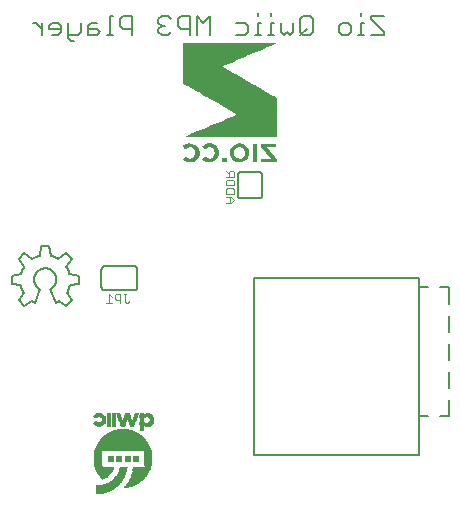
<source format=gbr>
G04 EAGLE Gerber RS-274X export*
G75*
%MOMM*%
%FSLAX34Y34*%
%LPD*%
%AMOC8*
5,1,8,0,0,1.08239X$1,22.5*%
G01*
%ADD10C,0.177800*%
%ADD11C,0.076200*%
%ADD12C,0.127000*%
%ADD13C,0.152400*%
%ADD14R,0.120000X0.020000*%
%ADD15R,0.340000X0.020000*%
%ADD16R,0.320000X0.020000*%
%ADD17R,0.140000X0.020000*%
%ADD18R,0.280000X0.020000*%
%ADD19R,0.360000X0.020000*%
%ADD20R,0.420000X0.020000*%
%ADD21R,0.380000X0.020000*%
%ADD22R,0.480000X0.020000*%
%ADD23R,0.540000X0.020000*%
%ADD24R,0.560000X0.020000*%
%ADD25R,0.400000X0.020000*%
%ADD26R,0.640000X0.020000*%
%ADD27R,0.620000X0.020000*%
%ADD28R,0.700000X0.020000*%
%ADD29R,0.660000X0.020000*%
%ADD30R,0.740000X0.020000*%
%ADD31R,1.080000X0.020000*%
%ADD32R,0.800000X0.020000*%
%ADD33R,1.100000X0.020000*%
%ADD34R,0.440000X0.020000*%
%ADD35R,0.840000X0.020000*%
%ADD36R,1.120000X0.020000*%
%ADD37R,0.460000X0.020000*%
%ADD38R,0.860000X0.020000*%
%ADD39R,0.900000X0.020000*%
%ADD40R,1.140000X0.020000*%
%ADD41R,0.920000X0.020000*%
%ADD42R,1.160000X0.020000*%
%ADD43R,0.960000X0.020000*%
%ADD44R,0.500000X0.020000*%
%ADD45R,0.520000X0.020000*%
%ADD46R,0.940000X0.020000*%
%ADD47R,0.260000X0.020000*%
%ADD48R,0.180000X0.020000*%
%ADD49R,0.580000X0.020000*%
%ADD50R,0.060000X0.020000*%
%ADD51R,0.600000X0.020000*%
%ADD52R,0.300000X0.020000*%
%ADD53R,0.040000X0.020000*%
%ADD54R,0.100000X0.020000*%
%ADD55R,0.160000X0.020000*%
%ADD56R,0.220000X0.020000*%
%ADD57R,0.980000X0.020000*%
%ADD58R,0.880000X0.020000*%
%ADD59R,0.760000X0.020000*%
%ADD60R,1.060000X0.020000*%
%ADD61R,0.720000X0.020000*%
%ADD62R,0.820000X0.020000*%
%ADD63R,1.180000X0.020000*%
%ADD64R,1.340000X0.020000*%
%ADD65R,1.460000X0.020000*%
%ADD66R,1.600000X0.020000*%
%ADD67R,1.700000X0.020000*%
%ADD68R,1.820000X0.020000*%
%ADD69R,1.900000X0.020000*%
%ADD70R,1.980000X0.020000*%
%ADD71R,2.100000X0.020000*%
%ADD72R,2.160000X0.020000*%
%ADD73R,2.260000X0.020000*%
%ADD74R,2.340000X0.020000*%
%ADD75R,2.400000X0.020000*%
%ADD76R,2.480000X0.020000*%
%ADD77R,2.540000X0.020000*%
%ADD78R,2.600000X0.020000*%
%ADD79R,2.680000X0.020000*%
%ADD80R,2.720000X0.020000*%
%ADD81R,2.800000X0.020000*%
%ADD82R,2.840000X0.020000*%
%ADD83R,2.900000X0.020000*%
%ADD84R,2.960000X0.020000*%
%ADD85R,3.000000X0.020000*%
%ADD86R,3.060000X0.020000*%
%ADD87R,3.120000X0.020000*%
%ADD88R,3.160000X0.020000*%
%ADD89R,3.200000X0.020000*%
%ADD90R,3.260000X0.020000*%
%ADD91R,3.300000X0.020000*%
%ADD92R,3.340000X0.020000*%
%ADD93R,3.380000X0.020000*%
%ADD94R,3.420000X0.020000*%
%ADD95R,3.460000X0.020000*%
%ADD96R,3.520000X0.020000*%
%ADD97R,3.540000X0.020000*%
%ADD98R,3.580000X0.020000*%
%ADD99R,3.620000X0.020000*%
%ADD100R,3.660000X0.020000*%
%ADD101R,3.700000X0.020000*%
%ADD102R,3.740000X0.020000*%
%ADD103R,3.780000X0.020000*%
%ADD104R,3.800000X0.020000*%
%ADD105R,3.840000X0.020000*%
%ADD106R,3.860000X0.020000*%
%ADD107R,3.900000X0.020000*%
%ADD108R,3.940000X0.020000*%
%ADD109R,3.960000X0.020000*%
%ADD110R,3.980000X0.020000*%
%ADD111R,4.020000X0.020000*%
%ADD112R,4.060000X0.020000*%
%ADD113R,4.080000X0.020000*%
%ADD114R,4.100000X0.020000*%
%ADD115R,4.120000X0.020000*%
%ADD116R,4.160000X0.020000*%
%ADD117R,4.180000X0.020000*%
%ADD118R,4.200000X0.020000*%
%ADD119R,4.240000X0.020000*%
%ADD120R,4.260000X0.020000*%
%ADD121R,4.280000X0.020000*%
%ADD122R,4.300000X0.020000*%
%ADD123R,4.320000X0.020000*%
%ADD124R,4.340000X0.020000*%
%ADD125R,4.380000X0.020000*%
%ADD126R,4.400000X0.020000*%
%ADD127R,4.440000X0.020000*%
%ADD128R,4.460000X0.020000*%
%ADD129R,4.500000X0.020000*%
%ADD130R,4.520000X0.020000*%
%ADD131R,4.540000X0.020000*%
%ADD132R,4.560000X0.020000*%
%ADD133R,4.580000X0.020000*%
%ADD134R,4.600000X0.020000*%
%ADD135R,4.620000X0.020000*%
%ADD136R,4.640000X0.020000*%
%ADD137R,4.660000X0.020000*%
%ADD138R,4.680000X0.020000*%
%ADD139R,4.700000X0.020000*%
%ADD140R,4.720000X0.020000*%
%ADD141R,4.740000X0.020000*%
%ADD142R,0.680000X0.020000*%
%ADD143R,1.480000X0.020000*%
%ADD144R,1.580000X0.020000*%
%ADD145R,1.560000X0.020000*%
%ADD146R,1.540000X0.020000*%
%ADD147R,1.520000X0.020000*%
%ADD148R,1.500000X0.020000*%
%ADD149R,1.440000X0.020000*%
%ADD150R,1.400000X0.020000*%
%ADD151R,1.420000X0.020000*%
%ADD152R,1.380000X0.020000*%
%ADD153R,1.360000X0.020000*%
%ADD154R,1.320000X0.020000*%
%ADD155R,1.300000X0.020000*%
%ADD156R,1.260000X0.020000*%
%ADD157R,1.220000X0.020000*%
%ADD158R,1.200000X0.020000*%
%ADD159R,1.040000X0.020000*%
%ADD160R,1.020000X0.020000*%
%ADD161R,1.000000X0.020000*%
%ADD162R,1.280000X0.020000*%
%ADD163R,0.780000X0.020000*%
%ADD164R,1.240000X0.020000*%
%ADD165R,0.020000X0.020000*%
%ADD166R,1.840000X0.020000*%
%ADD167R,1.800000X0.020000*%
%ADD168R,1.780000X0.020000*%
%ADD169R,1.760000X0.020000*%
%ADD170R,1.740000X0.020000*%
%ADD171R,1.680000X0.020000*%
%ADD172R,1.660000X0.020000*%
%ADD173R,1.620000X0.020000*%

G36*
X236155Y343556D02*
X236155Y343556D01*
X236154Y343556D01*
X236155Y343557D01*
X236152Y345947D01*
X236147Y348334D01*
X236144Y350723D01*
X236139Y353113D01*
X236136Y355500D01*
X236131Y357889D01*
X236128Y360276D01*
X236128Y360279D01*
X236123Y362666D01*
X236120Y365056D01*
X236118Y367443D01*
X236112Y369832D01*
X236110Y372219D01*
X236104Y374609D01*
X236102Y376996D01*
X236097Y377002D01*
X236096Y377006D01*
X233794Y378340D01*
X231492Y379673D01*
X229193Y381007D01*
X224590Y383674D01*
X222291Y385007D01*
X217688Y387674D01*
X215389Y389008D01*
X213087Y390341D01*
X210780Y391680D01*
X208474Y393016D01*
X206169Y394352D01*
X203862Y395691D01*
X201555Y397030D01*
X199251Y398366D01*
X196944Y399705D01*
X194640Y401044D01*
X192333Y402385D01*
X190052Y403718D01*
X192446Y404754D01*
X194871Y405783D01*
X197295Y406810D01*
X199722Y407834D01*
X202149Y408855D01*
X204576Y409877D01*
X207003Y410896D01*
X209432Y411917D01*
X211859Y412933D01*
X214166Y413901D01*
X216470Y414870D01*
X218777Y415835D01*
X221082Y416803D01*
X223389Y417769D01*
X225693Y418737D01*
X228000Y419705D01*
X230304Y420673D01*
X232611Y421641D01*
X234915Y422609D01*
X234916Y422609D01*
X236094Y423111D01*
X236097Y423116D01*
X236101Y423120D01*
X236100Y423122D01*
X236101Y423125D01*
X236094Y423128D01*
X236090Y423134D01*
X230788Y423134D01*
X228137Y423136D01*
X204280Y423136D01*
X201629Y423139D01*
X180427Y423139D01*
X177776Y423142D01*
X156570Y423142D01*
X156559Y423131D01*
X156559Y423130D01*
X156558Y423130D01*
X156561Y420737D01*
X156566Y418342D01*
X156569Y415950D01*
X156574Y413555D01*
X156577Y411163D01*
X156580Y408768D01*
X156585Y406373D01*
X156588Y403981D01*
X156593Y401586D01*
X156596Y399193D01*
X156601Y396798D01*
X156604Y394406D01*
X156609Y392011D01*
X156612Y389616D01*
X156617Y389610D01*
X156618Y389606D01*
X158914Y388278D01*
X161208Y386947D01*
X163504Y385619D01*
X165800Y384288D01*
X168094Y382957D01*
X170390Y381629D01*
X172684Y380298D01*
X174980Y378967D01*
X177276Y377639D01*
X179570Y376308D01*
X186475Y372308D01*
X188776Y370971D01*
X193380Y368304D01*
X195679Y366968D01*
X197980Y365635D01*
X200279Y364296D01*
X202558Y362969D01*
X200134Y361914D01*
X197678Y360872D01*
X195224Y359834D01*
X192768Y358797D01*
X190309Y357762D01*
X187850Y356727D01*
X185391Y355695D01*
X182932Y354663D01*
X180627Y353697D01*
X178320Y352729D01*
X176014Y351761D01*
X173707Y350796D01*
X171402Y349828D01*
X169095Y348859D01*
X166788Y347894D01*
X164484Y346926D01*
X162177Y345958D01*
X159873Y344990D01*
X158193Y344283D01*
X156512Y343576D01*
X156510Y343571D01*
X156505Y343567D01*
X156507Y343565D01*
X156506Y343562D01*
X156512Y343559D01*
X156517Y343553D01*
X161824Y343553D01*
X164478Y343550D01*
X198984Y343550D01*
X201637Y343548D01*
X233489Y343548D01*
X236143Y343545D01*
X236155Y343556D01*
G37*
G36*
X204940Y322404D02*
X204940Y322404D01*
X206329Y322473D01*
X206331Y322475D01*
X206332Y322474D01*
X208517Y323223D01*
X208518Y323225D01*
X208520Y323225D01*
X210419Y324534D01*
X210419Y324536D01*
X210421Y324536D01*
X211877Y326326D01*
X211877Y326328D01*
X211879Y326329D01*
X212751Y328463D01*
X212750Y328465D01*
X212752Y328466D01*
X212933Y330485D01*
X212932Y330486D01*
X212933Y330487D01*
X212704Y332498D01*
X212702Y332500D01*
X212703Y332502D01*
X211676Y334798D01*
X211674Y334799D01*
X211674Y334801D01*
X210018Y336695D01*
X210016Y336695D01*
X210015Y336697D01*
X208484Y337636D01*
X208483Y337636D01*
X208483Y337637D01*
X206813Y338306D01*
X206811Y338305D01*
X206810Y338307D01*
X204940Y338478D01*
X204626Y338507D01*
X204624Y338506D01*
X204623Y338507D01*
X202436Y338315D01*
X202435Y338313D01*
X202433Y338314D01*
X200555Y337549D01*
X200555Y337547D01*
X200553Y337548D01*
X198873Y336417D01*
X198872Y336415D01*
X198871Y336415D01*
X197446Y334726D01*
X197446Y334724D01*
X197444Y334723D01*
X196578Y332694D01*
X196578Y332692D01*
X196577Y332690D01*
X196313Y330496D01*
X196314Y330494D01*
X196313Y330493D01*
X196454Y328680D01*
X196456Y328678D01*
X196455Y328676D01*
X197079Y326970D01*
X197081Y326969D01*
X197080Y326967D01*
X198347Y325047D01*
X198349Y325046D01*
X198349Y325044D01*
X200109Y323567D01*
X200112Y323567D01*
X200112Y323565D01*
X202222Y322642D01*
X202224Y322643D01*
X202225Y322641D01*
X204268Y322369D01*
X204269Y322370D01*
X204270Y322369D01*
X204940Y322404D01*
G37*
G36*
X236155Y322652D02*
X236155Y322652D01*
X236154Y322652D01*
X236155Y322653D01*
X236150Y323960D01*
X236144Y325267D01*
X236141Y325271D01*
X236141Y325275D01*
X234715Y326928D01*
X231861Y330235D01*
X230434Y331889D01*
X227597Y335176D01*
X229633Y335189D01*
X231697Y335203D01*
X233759Y335216D01*
X235823Y335232D01*
X235835Y335243D01*
X235834Y335243D01*
X235835Y335244D01*
X235835Y338226D01*
X235824Y338238D01*
X235824Y338237D01*
X235823Y338238D01*
X223021Y338238D01*
X223010Y338227D01*
X223010Y338226D01*
X223009Y338226D01*
X223009Y335716D01*
X223013Y335712D01*
X223012Y335708D01*
X224450Y334039D01*
X225887Y332369D01*
X227322Y330697D01*
X228760Y329027D01*
X230195Y327358D01*
X231615Y325705D01*
X230978Y325697D01*
X230976Y325697D01*
X230019Y325685D01*
X230017Y325685D01*
X229499Y325679D01*
X229060Y325673D01*
X229058Y325673D01*
X228101Y325661D01*
X228099Y325661D01*
X228098Y325661D01*
X227358Y325652D01*
X227142Y325649D01*
X227140Y325649D01*
X226184Y325637D01*
X226182Y325637D01*
X225226Y325626D01*
X225224Y325626D01*
X225224Y325625D01*
X225216Y325625D01*
X224267Y325614D01*
X224265Y325614D01*
X223308Y325602D01*
X223306Y325602D01*
X223075Y325599D01*
X223063Y325588D01*
X223063Y325587D01*
X223033Y324120D01*
X223004Y322653D01*
X223014Y322641D01*
X223015Y322642D01*
X223016Y322641D01*
X236143Y322641D01*
X236155Y322652D01*
G37*
G36*
X181118Y322484D02*
X181118Y322484D01*
X181120Y322486D01*
X181122Y322485D01*
X183442Y323343D01*
X183443Y323346D01*
X183445Y323345D01*
X185387Y324876D01*
X185387Y324878D01*
X185389Y324879D01*
X186760Y326938D01*
X186760Y326940D01*
X186761Y326940D01*
X187324Y328615D01*
X187324Y328616D01*
X187323Y328617D01*
X187325Y328618D01*
X187453Y330387D01*
X187452Y330388D01*
X187453Y330388D01*
X187298Y332317D01*
X187296Y332318D01*
X187297Y332320D01*
X186612Y334125D01*
X186610Y334126D01*
X186611Y334128D01*
X185467Y335891D01*
X185464Y335891D01*
X185464Y335893D01*
X183867Y337256D01*
X183865Y337256D01*
X183864Y337258D01*
X181960Y338149D01*
X181958Y338148D01*
X181958Y338149D01*
X180619Y338475D01*
X180617Y338474D01*
X180616Y338475D01*
X180387Y338478D01*
X180385Y338478D01*
X179505Y338490D01*
X179503Y338490D01*
X179237Y338494D01*
X179237Y338493D01*
X179237Y338494D01*
X179085Y338490D01*
X179084Y338490D01*
X178582Y338478D01*
X178581Y338478D01*
X178079Y338466D01*
X178077Y338466D01*
X177887Y338462D01*
X177886Y338461D01*
X177885Y338461D01*
X176568Y338195D01*
X176567Y338194D01*
X176566Y338194D01*
X175088Y337605D01*
X175087Y337603D01*
X175086Y337604D01*
X173769Y336715D01*
X173768Y336712D01*
X173765Y336712D01*
X173285Y335946D01*
X173287Y335937D01*
X173286Y335932D01*
X174275Y334770D01*
X174276Y334769D01*
X175300Y333633D01*
X175306Y333632D01*
X175307Y333631D01*
X175312Y333631D01*
X175312Y333632D01*
X175316Y333631D01*
X175316Y333632D01*
X175907Y334066D01*
X177633Y335048D01*
X179594Y335309D01*
X181027Y335011D01*
X182253Y334214D01*
X183451Y332495D01*
X183860Y330441D01*
X183451Y328384D01*
X182253Y326668D01*
X181017Y325867D01*
X179570Y325570D01*
X177601Y325801D01*
X175883Y326808D01*
X175191Y327348D01*
X175175Y327347D01*
X174081Y326262D01*
X172991Y325174D01*
X172990Y325170D01*
X172990Y325169D01*
X172990Y325158D01*
X172991Y325158D01*
X172991Y325157D01*
X173495Y324640D01*
X173496Y324640D01*
X173496Y324639D01*
X174709Y323660D01*
X174711Y323660D01*
X174711Y323659D01*
X176076Y322904D01*
X176079Y322905D01*
X176080Y322903D01*
X178571Y322375D01*
X178572Y322376D01*
X178574Y322374D01*
X181118Y322484D01*
G37*
G36*
X164092Y322398D02*
X164092Y322398D01*
X164093Y322400D01*
X164095Y322399D01*
X166439Y323116D01*
X166440Y323118D01*
X166442Y323118D01*
X168523Y324547D01*
X168523Y324550D01*
X168525Y324550D01*
X170030Y326574D01*
X170029Y326577D01*
X170031Y326578D01*
X170834Y328973D01*
X170833Y328975D01*
X170835Y328976D01*
X170891Y331499D01*
X170889Y331501D01*
X170890Y331501D01*
X170889Y331501D01*
X170890Y331503D01*
X170184Y333927D01*
X170181Y333929D01*
X170182Y333931D01*
X168755Y336011D01*
X168753Y336011D01*
X168753Y336013D01*
X166848Y337523D01*
X166846Y337523D01*
X166845Y337525D01*
X164568Y338370D01*
X164565Y338369D01*
X164564Y338371D01*
X162137Y338528D01*
X162136Y338527D01*
X162134Y338528D01*
X159534Y338032D01*
X159532Y338030D01*
X159530Y338031D01*
X157231Y336721D01*
X157230Y336718D01*
X157228Y336718D01*
X156694Y336006D01*
X156695Y335994D01*
X156695Y335991D01*
X157711Y334796D01*
X158759Y333633D01*
X158775Y333631D01*
X159479Y334138D01*
X160863Y334966D01*
X162436Y335309D01*
X164383Y335059D01*
X165997Y333945D01*
X167165Y331744D01*
X167186Y329249D01*
X166066Y327022D01*
X164556Y325907D01*
X162710Y325548D01*
X160903Y325862D01*
X159324Y326810D01*
X158637Y327338D01*
X158621Y327337D01*
X157591Y326305D01*
X157591Y326304D01*
X156561Y325155D01*
X156561Y325139D01*
X156562Y325139D01*
X156562Y325138D01*
X158269Y323572D01*
X158272Y323572D01*
X158272Y323570D01*
X160099Y322738D01*
X160101Y322739D01*
X160102Y322737D01*
X162078Y322359D01*
X162080Y322360D01*
X162081Y322358D01*
X164092Y322398D01*
G37*
%LPC*%
G36*
X205491Y325675D02*
X205491Y325675D01*
X205113Y325687D01*
X204939Y325692D01*
X204703Y325700D01*
X204331Y325712D01*
X204330Y325712D01*
X203958Y325724D01*
X203586Y325735D01*
X203585Y325735D01*
X203214Y325747D01*
X203213Y325747D01*
X203196Y325748D01*
X201031Y327187D01*
X200054Y329188D01*
X200009Y331412D01*
X200903Y333447D01*
X202611Y334870D01*
X204627Y335336D01*
X204937Y335270D01*
X206654Y334900D01*
X208276Y333615D01*
X209240Y331441D01*
X209141Y329065D01*
X207976Y326996D01*
X205781Y325666D01*
X205491Y325675D01*
G37*
%LPD*%
G36*
X219622Y322652D02*
X219622Y322652D01*
X219621Y322652D01*
X219622Y322653D01*
X219622Y338226D01*
X219612Y338238D01*
X219611Y338237D01*
X219610Y338238D01*
X216196Y338238D01*
X216185Y338227D01*
X216185Y338226D01*
X216185Y322653D01*
X216195Y322641D01*
X216196Y322642D01*
X216196Y322641D01*
X219610Y322641D01*
X219622Y322652D01*
G37*
G36*
X193702Y322652D02*
X193702Y322652D01*
X193701Y322652D01*
X193702Y322653D01*
X193702Y326174D01*
X193691Y326185D01*
X193690Y326185D01*
X190063Y326185D01*
X190051Y326175D01*
X190051Y326174D01*
X190051Y322653D01*
X190061Y322641D01*
X190062Y322642D01*
X190063Y322641D01*
X193690Y322641D01*
X193702Y322652D01*
G37*
D10*
X326771Y446165D02*
X316094Y446165D01*
X316094Y443495D01*
X326771Y432818D01*
X326771Y430149D01*
X316094Y430149D01*
X310399Y440826D02*
X307730Y440826D01*
X307730Y430149D01*
X310399Y430149D02*
X305061Y430149D01*
X307730Y446165D02*
X307730Y448834D01*
X296816Y430149D02*
X291477Y430149D01*
X288808Y432818D01*
X288808Y438157D01*
X291477Y440826D01*
X296816Y440826D01*
X299485Y438157D01*
X299485Y432818D01*
X296816Y430149D01*
X266742Y432818D02*
X266742Y443495D01*
X264073Y446165D01*
X258734Y446165D01*
X256065Y443495D01*
X256065Y432818D01*
X258734Y430149D01*
X264073Y430149D01*
X266742Y432818D01*
X261403Y435488D02*
X256065Y430149D01*
X250370Y432818D02*
X250370Y440826D01*
X250370Y432818D02*
X247701Y430149D01*
X245032Y432818D01*
X242363Y430149D01*
X239693Y432818D01*
X239693Y440826D01*
X233999Y440826D02*
X231330Y440826D01*
X231330Y430149D01*
X233999Y430149D02*
X228660Y430149D01*
X231330Y446165D02*
X231330Y448834D01*
X223084Y440826D02*
X220415Y440826D01*
X220415Y430149D01*
X223084Y430149D02*
X217746Y430149D01*
X220415Y446165D02*
X220415Y448834D01*
X209501Y440826D02*
X201493Y440826D01*
X209501Y440826D02*
X212170Y438157D01*
X212170Y432818D01*
X209501Y430149D01*
X201493Y430149D01*
X179427Y430149D02*
X179427Y446165D01*
X174088Y440826D01*
X168750Y446165D01*
X168750Y430149D01*
X163055Y430149D02*
X163055Y446165D01*
X155048Y446165D01*
X152378Y443495D01*
X152378Y438157D01*
X155048Y435488D01*
X163055Y435488D01*
X146684Y443495D02*
X144015Y446165D01*
X138676Y446165D01*
X136007Y443495D01*
X136007Y440826D01*
X138676Y438157D01*
X141345Y438157D01*
X138676Y438157D02*
X136007Y435488D01*
X136007Y432818D01*
X138676Y430149D01*
X144015Y430149D01*
X146684Y432818D01*
X113941Y430149D02*
X113941Y446165D01*
X105933Y446165D01*
X103264Y443495D01*
X103264Y438157D01*
X105933Y435488D01*
X113941Y435488D01*
X97569Y446165D02*
X94900Y446165D01*
X94900Y430149D01*
X97569Y430149D02*
X92231Y430149D01*
X83985Y440826D02*
X78647Y440826D01*
X75978Y438157D01*
X75978Y430149D01*
X83985Y430149D01*
X86655Y432818D01*
X83985Y435488D01*
X75978Y435488D01*
X70283Y432818D02*
X70283Y440826D01*
X70283Y432818D02*
X67614Y430149D01*
X59606Y430149D01*
X59606Y427480D02*
X59606Y440826D01*
X59606Y427480D02*
X62275Y424810D01*
X64945Y424810D01*
X51242Y430149D02*
X45904Y430149D01*
X51242Y430149D02*
X53912Y432818D01*
X53912Y438157D01*
X51242Y440826D01*
X45904Y440826D01*
X43235Y438157D01*
X43235Y435488D01*
X53912Y435488D01*
X37540Y430149D02*
X37540Y440826D01*
X37540Y435488D02*
X32202Y440826D01*
X29532Y440826D01*
D11*
X192913Y287944D02*
X197828Y287944D01*
X200285Y290402D01*
X197828Y292859D01*
X192913Y292859D01*
X196599Y292859D02*
X196599Y287944D01*
X200285Y295429D02*
X192913Y295429D01*
X192913Y299115D01*
X194142Y300343D01*
X199057Y300343D01*
X200285Y299115D01*
X200285Y295429D01*
X200285Y302913D02*
X192913Y302913D01*
X192913Y306599D01*
X194142Y307828D01*
X199057Y307828D01*
X200285Y306599D01*
X200285Y302913D01*
X200285Y310397D02*
X192913Y310397D01*
X200285Y310397D02*
X200285Y314083D01*
X199057Y315312D01*
X196599Y315312D01*
X195370Y314083D01*
X195370Y310397D01*
X195370Y312854D02*
X192913Y315312D01*
X111379Y204810D02*
X110150Y203581D01*
X108922Y203581D01*
X107693Y204810D01*
X107693Y210953D01*
X108922Y210953D02*
X106464Y210953D01*
X103895Y210953D02*
X103895Y203581D01*
X103895Y210953D02*
X100209Y210953D01*
X98980Y209725D01*
X98980Y207267D01*
X100209Y206038D01*
X103895Y206038D01*
X96411Y208496D02*
X93953Y210953D01*
X93953Y203581D01*
X91496Y203581D02*
X96411Y203581D01*
D12*
X216738Y74536D02*
X356738Y74536D01*
X356738Y107536D01*
X356738Y216536D01*
X356738Y224536D01*
X216738Y224536D01*
X216738Y74536D01*
X381738Y107536D02*
X381738Y121336D01*
X381738Y131336D02*
X381738Y145136D01*
X381738Y155136D02*
X381738Y168936D01*
X381738Y178936D02*
X381738Y192736D01*
X381738Y202736D02*
X381738Y216536D01*
X374238Y216536D01*
X364238Y216536D02*
X356738Y216536D01*
X374238Y107536D02*
X381738Y107536D01*
X364238Y107536D02*
X356738Y107536D01*
D13*
X115748Y234608D02*
X90348Y234608D01*
X115748Y214288D02*
X115848Y214290D01*
X115947Y214296D01*
X116047Y214306D01*
X116145Y214319D01*
X116244Y214337D01*
X116341Y214358D01*
X116437Y214383D01*
X116533Y214412D01*
X116627Y214445D01*
X116720Y214481D01*
X116811Y214521D01*
X116901Y214565D01*
X116989Y214612D01*
X117075Y214662D01*
X117159Y214716D01*
X117241Y214773D01*
X117320Y214833D01*
X117398Y214897D01*
X117472Y214963D01*
X117544Y215032D01*
X117613Y215104D01*
X117679Y215178D01*
X117743Y215256D01*
X117803Y215335D01*
X117860Y215417D01*
X117914Y215501D01*
X117964Y215587D01*
X118011Y215675D01*
X118055Y215765D01*
X118095Y215856D01*
X118131Y215949D01*
X118164Y216043D01*
X118193Y216139D01*
X118218Y216235D01*
X118239Y216332D01*
X118257Y216431D01*
X118270Y216529D01*
X118280Y216629D01*
X118286Y216728D01*
X118288Y216828D01*
X90348Y214288D02*
X90248Y214290D01*
X90149Y214296D01*
X90049Y214306D01*
X89951Y214319D01*
X89852Y214337D01*
X89755Y214358D01*
X89659Y214383D01*
X89563Y214412D01*
X89469Y214445D01*
X89376Y214481D01*
X89285Y214521D01*
X89195Y214565D01*
X89107Y214612D01*
X89021Y214662D01*
X88937Y214716D01*
X88855Y214773D01*
X88776Y214833D01*
X88698Y214897D01*
X88624Y214963D01*
X88552Y215032D01*
X88483Y215104D01*
X88417Y215178D01*
X88353Y215256D01*
X88293Y215335D01*
X88236Y215417D01*
X88182Y215501D01*
X88132Y215587D01*
X88085Y215675D01*
X88041Y215765D01*
X88001Y215856D01*
X87965Y215949D01*
X87932Y216043D01*
X87903Y216139D01*
X87878Y216235D01*
X87857Y216332D01*
X87839Y216431D01*
X87826Y216529D01*
X87816Y216629D01*
X87810Y216728D01*
X87808Y216828D01*
X87808Y232068D02*
X87810Y232168D01*
X87816Y232267D01*
X87826Y232367D01*
X87839Y232465D01*
X87857Y232564D01*
X87878Y232661D01*
X87903Y232757D01*
X87932Y232853D01*
X87965Y232947D01*
X88001Y233040D01*
X88041Y233131D01*
X88085Y233221D01*
X88132Y233309D01*
X88182Y233395D01*
X88236Y233479D01*
X88293Y233561D01*
X88353Y233640D01*
X88417Y233718D01*
X88483Y233792D01*
X88552Y233864D01*
X88624Y233933D01*
X88698Y233999D01*
X88776Y234063D01*
X88855Y234123D01*
X88937Y234180D01*
X89021Y234234D01*
X89107Y234284D01*
X89195Y234331D01*
X89285Y234375D01*
X89376Y234415D01*
X89469Y234451D01*
X89563Y234484D01*
X89659Y234513D01*
X89755Y234538D01*
X89852Y234559D01*
X89951Y234577D01*
X90049Y234590D01*
X90149Y234600D01*
X90248Y234606D01*
X90348Y234608D01*
X115748Y234608D02*
X115848Y234606D01*
X115947Y234600D01*
X116047Y234590D01*
X116145Y234577D01*
X116244Y234559D01*
X116341Y234538D01*
X116437Y234513D01*
X116533Y234484D01*
X116627Y234451D01*
X116720Y234415D01*
X116811Y234375D01*
X116901Y234331D01*
X116989Y234284D01*
X117075Y234234D01*
X117159Y234180D01*
X117241Y234123D01*
X117320Y234063D01*
X117398Y233999D01*
X117472Y233933D01*
X117544Y233864D01*
X117613Y233792D01*
X117679Y233718D01*
X117743Y233640D01*
X117803Y233561D01*
X117860Y233479D01*
X117914Y233395D01*
X117964Y233309D01*
X118011Y233221D01*
X118055Y233131D01*
X118095Y233040D01*
X118131Y232947D01*
X118164Y232853D01*
X118193Y232757D01*
X118218Y232661D01*
X118239Y232564D01*
X118257Y232465D01*
X118270Y232367D01*
X118280Y232267D01*
X118286Y232168D01*
X118288Y232068D01*
X118288Y216828D01*
X87808Y216828D02*
X87808Y232068D01*
X90348Y214288D02*
X115748Y214288D01*
X203390Y294606D02*
X203390Y311878D01*
X221170Y314418D02*
X221270Y314416D01*
X221369Y314410D01*
X221469Y314400D01*
X221567Y314387D01*
X221666Y314369D01*
X221763Y314348D01*
X221859Y314323D01*
X221955Y314294D01*
X222049Y314261D01*
X222142Y314225D01*
X222233Y314185D01*
X222323Y314141D01*
X222411Y314094D01*
X222497Y314044D01*
X222581Y313990D01*
X222663Y313933D01*
X222742Y313873D01*
X222820Y313809D01*
X222894Y313743D01*
X222966Y313674D01*
X223035Y313602D01*
X223101Y313528D01*
X223165Y313450D01*
X223225Y313371D01*
X223282Y313289D01*
X223336Y313205D01*
X223386Y313119D01*
X223433Y313031D01*
X223477Y312941D01*
X223517Y312850D01*
X223553Y312757D01*
X223586Y312663D01*
X223615Y312567D01*
X223640Y312471D01*
X223661Y312374D01*
X223679Y312275D01*
X223692Y312177D01*
X223702Y312077D01*
X223708Y311978D01*
X223710Y311878D01*
X223710Y294606D02*
X223708Y294506D01*
X223702Y294407D01*
X223692Y294307D01*
X223679Y294209D01*
X223661Y294110D01*
X223640Y294013D01*
X223615Y293917D01*
X223586Y293821D01*
X223553Y293727D01*
X223517Y293634D01*
X223477Y293543D01*
X223433Y293453D01*
X223386Y293365D01*
X223336Y293279D01*
X223282Y293195D01*
X223225Y293113D01*
X223165Y293034D01*
X223101Y292956D01*
X223035Y292882D01*
X222966Y292810D01*
X222894Y292741D01*
X222820Y292675D01*
X222742Y292611D01*
X222663Y292551D01*
X222581Y292494D01*
X222497Y292440D01*
X222411Y292390D01*
X222323Y292343D01*
X222233Y292299D01*
X222142Y292259D01*
X222049Y292223D01*
X221955Y292190D01*
X221859Y292161D01*
X221763Y292136D01*
X221666Y292115D01*
X221567Y292097D01*
X221469Y292084D01*
X221369Y292074D01*
X221270Y292068D01*
X221170Y292066D01*
X205930Y292066D02*
X205830Y292068D01*
X205731Y292074D01*
X205631Y292084D01*
X205533Y292097D01*
X205434Y292115D01*
X205337Y292136D01*
X205241Y292161D01*
X205145Y292190D01*
X205051Y292223D01*
X204958Y292259D01*
X204867Y292299D01*
X204777Y292343D01*
X204689Y292390D01*
X204603Y292440D01*
X204519Y292494D01*
X204437Y292551D01*
X204358Y292611D01*
X204280Y292675D01*
X204206Y292741D01*
X204134Y292810D01*
X204065Y292882D01*
X203999Y292956D01*
X203935Y293034D01*
X203875Y293113D01*
X203818Y293195D01*
X203764Y293279D01*
X203714Y293365D01*
X203667Y293453D01*
X203623Y293543D01*
X203583Y293634D01*
X203547Y293727D01*
X203514Y293821D01*
X203485Y293917D01*
X203460Y294013D01*
X203439Y294110D01*
X203421Y294209D01*
X203408Y294307D01*
X203398Y294407D01*
X203392Y294506D01*
X203390Y294606D01*
X203390Y311878D02*
X203392Y311978D01*
X203398Y312077D01*
X203408Y312177D01*
X203421Y312275D01*
X203439Y312374D01*
X203460Y312471D01*
X203485Y312567D01*
X203514Y312663D01*
X203547Y312757D01*
X203583Y312850D01*
X203623Y312941D01*
X203667Y313031D01*
X203714Y313119D01*
X203764Y313205D01*
X203818Y313289D01*
X203875Y313371D01*
X203935Y313450D01*
X203999Y313528D01*
X204065Y313602D01*
X204134Y313674D01*
X204206Y313743D01*
X204280Y313809D01*
X204358Y313873D01*
X204437Y313933D01*
X204519Y313990D01*
X204603Y314044D01*
X204689Y314094D01*
X204777Y314141D01*
X204867Y314185D01*
X204958Y314225D01*
X205051Y314261D01*
X205145Y314294D01*
X205241Y314323D01*
X205337Y314348D01*
X205434Y314369D01*
X205533Y314387D01*
X205631Y314400D01*
X205731Y314410D01*
X205830Y314416D01*
X205930Y314418D01*
X221170Y314418D01*
X221170Y292066D02*
X205930Y292066D01*
X223710Y294606D02*
X223710Y311878D01*
D14*
X127180Y109400D03*
D15*
X121880Y109400D03*
X117680Y109400D03*
D16*
X109780Y109400D03*
X102180Y109400D03*
D15*
X98080Y109400D03*
X93880Y109400D03*
D17*
X86080Y109400D03*
D18*
X127180Y109200D03*
D19*
X121780Y109200D03*
X117580Y109200D03*
X109780Y109200D03*
D15*
X102080Y109200D03*
D19*
X98180Y109200D03*
X93780Y109200D03*
D16*
X85980Y109200D03*
D20*
X127280Y109000D03*
D19*
X121780Y109000D03*
X117580Y109000D03*
D21*
X109880Y109000D03*
D19*
X102180Y109000D03*
X98180Y109000D03*
X93780Y109000D03*
D22*
X85980Y109000D03*
X127180Y108800D03*
D19*
X121780Y108800D03*
X117580Y108800D03*
D21*
X109880Y108800D03*
D15*
X102280Y108800D03*
D19*
X98180Y108800D03*
X93780Y108800D03*
D23*
X86080Y108800D03*
D24*
X127180Y108600D03*
D19*
X121780Y108600D03*
X117380Y108600D03*
D25*
X109780Y108600D03*
D15*
X102280Y108600D03*
D19*
X98180Y108600D03*
X93780Y108600D03*
D26*
X85980Y108600D03*
D27*
X127280Y108400D03*
D19*
X121780Y108400D03*
X117380Y108400D03*
D25*
X109780Y108400D03*
D19*
X102380Y108400D03*
X98180Y108400D03*
X93780Y108400D03*
D28*
X86080Y108400D03*
D29*
X127280Y108200D03*
D21*
X121880Y108200D03*
D15*
X117280Y108200D03*
D20*
X109880Y108200D03*
D15*
X102480Y108200D03*
D19*
X98180Y108200D03*
X93780Y108200D03*
D30*
X86080Y108200D03*
D31*
X125380Y108000D03*
D19*
X117180Y108000D03*
D20*
X109880Y108000D03*
D15*
X102480Y108000D03*
D19*
X98180Y108000D03*
X93780Y108000D03*
D32*
X85980Y108000D03*
D33*
X125480Y107800D03*
D19*
X117180Y107800D03*
D34*
X109780Y107800D03*
D15*
X102480Y107800D03*
D19*
X98180Y107800D03*
X93780Y107800D03*
D35*
X85980Y107800D03*
D36*
X125580Y107600D03*
D15*
X117080Y107600D03*
D37*
X109880Y107600D03*
D15*
X102680Y107600D03*
D19*
X98180Y107600D03*
X93780Y107600D03*
D38*
X86080Y107600D03*
D36*
X125580Y107400D03*
D15*
X117080Y107400D03*
D37*
X109880Y107400D03*
D15*
X102680Y107400D03*
D19*
X98180Y107400D03*
X93780Y107400D03*
D39*
X86080Y107400D03*
D40*
X125680Y107200D03*
D19*
X116980Y107200D03*
D22*
X109780Y107200D03*
D16*
X102780Y107200D03*
D19*
X98180Y107200D03*
X93780Y107200D03*
D41*
X85980Y107200D03*
D42*
X125780Y107000D03*
D15*
X116880Y107000D03*
D22*
X109780Y107000D03*
D15*
X102880Y107000D03*
D19*
X98180Y107000D03*
X93780Y107000D03*
D43*
X85980Y107000D03*
D42*
X125780Y106800D03*
D15*
X116880Y106800D03*
D44*
X109880Y106800D03*
D15*
X102880Y106800D03*
D19*
X98180Y106800D03*
X93780Y106800D03*
D43*
X86180Y106800D03*
D42*
X125780Y106600D03*
D19*
X116780Y106600D03*
D45*
X109780Y106600D03*
D15*
X102880Y106600D03*
D19*
X98180Y106600D03*
X93780Y106600D03*
D46*
X86280Y106600D03*
D22*
X129380Y106400D03*
D23*
X122680Y106400D03*
D15*
X116680Y106400D03*
D45*
X109780Y106400D03*
D16*
X102980Y106400D03*
D19*
X98180Y106400D03*
X93780Y106400D03*
D22*
X88780Y106400D03*
D16*
X83580Y106400D03*
D37*
X129680Y106200D03*
D44*
X122480Y106200D03*
D15*
X116680Y106200D03*
D45*
X109780Y106200D03*
D15*
X103080Y106200D03*
D19*
X98180Y106200D03*
X93780Y106200D03*
D34*
X88980Y106200D03*
D47*
X83480Y106200D03*
D20*
X129880Y106000D03*
D37*
X122280Y106000D03*
D19*
X116580Y106000D03*
D23*
X109880Y106000D03*
D16*
X103180Y106000D03*
D19*
X98180Y106000D03*
X93780Y106000D03*
D20*
X89280Y106000D03*
D48*
X83480Y106000D03*
D25*
X129980Y105800D03*
D34*
X122180Y105800D03*
D15*
X116480Y105800D03*
D23*
X109880Y105800D03*
D16*
X103180Y105800D03*
D19*
X98180Y105800D03*
X93780Y105800D03*
D25*
X89380Y105800D03*
D14*
X83580Y105800D03*
D25*
X129980Y105600D03*
D20*
X122080Y105600D03*
D15*
X116480Y105600D03*
D49*
X109880Y105600D03*
D15*
X103280Y105600D03*
D19*
X98180Y105600D03*
X93780Y105600D03*
D21*
X89480Y105600D03*
D50*
X83680Y105600D03*
D21*
X130080Y105400D03*
D25*
X121980Y105400D03*
D16*
X116380Y105400D03*
D49*
X109880Y105400D03*
D16*
X103380Y105400D03*
D19*
X98180Y105400D03*
X93780Y105400D03*
X89580Y105400D03*
D21*
X130280Y105200D03*
D25*
X121980Y105200D03*
D15*
X116280Y105200D03*
D51*
X109780Y105200D03*
D16*
X103380Y105200D03*
D19*
X98180Y105200D03*
X93780Y105200D03*
D21*
X89680Y105200D03*
X130280Y105000D03*
D25*
X121980Y105000D03*
D15*
X116280Y105000D03*
D51*
X109780Y105000D03*
D16*
X103580Y105000D03*
D19*
X98180Y105000D03*
X93780Y105000D03*
D21*
X89680Y105000D03*
X130280Y104800D03*
X121880Y104800D03*
D16*
X116180Y104800D03*
D18*
X111380Y104800D03*
D52*
X108280Y104800D03*
D16*
X103580Y104800D03*
D19*
X98180Y104800D03*
X93780Y104800D03*
X89780Y104800D03*
X130380Y104600D03*
D21*
X121880Y104600D03*
D15*
X116080Y104600D03*
D18*
X111580Y104600D03*
D52*
X108280Y104600D03*
D16*
X103580Y104600D03*
D19*
X98180Y104600D03*
X93780Y104600D03*
X89780Y104600D03*
X130380Y104400D03*
D21*
X121880Y104400D03*
D15*
X116080Y104400D03*
D18*
X111580Y104400D03*
D52*
X108080Y104400D03*
X103680Y104400D03*
D19*
X98180Y104400D03*
X93780Y104400D03*
X89780Y104400D03*
X130380Y104200D03*
X121780Y104200D03*
D16*
X115980Y104200D03*
D52*
X111680Y104200D03*
X108080Y104200D03*
D16*
X103780Y104200D03*
D19*
X98180Y104200D03*
X93780Y104200D03*
X89780Y104200D03*
X130380Y104000D03*
X121780Y104000D03*
D15*
X115880Y104000D03*
D52*
X111680Y104000D03*
X108080Y104000D03*
D16*
X103780Y104000D03*
D19*
X98180Y104000D03*
X93780Y104000D03*
X89780Y104000D03*
X130380Y103800D03*
X121780Y103800D03*
D16*
X115780Y103800D03*
D18*
X111780Y103800D03*
X107980Y103800D03*
D52*
X103880Y103800D03*
D19*
X98180Y103800D03*
X93780Y103800D03*
X89780Y103800D03*
X130380Y103600D03*
X121780Y103600D03*
D16*
X115780Y103600D03*
D18*
X111780Y103600D03*
D52*
X107880Y103600D03*
D16*
X103980Y103600D03*
D19*
X98180Y103600D03*
X93780Y103600D03*
X89780Y103600D03*
X130380Y103400D03*
X121780Y103400D03*
D16*
X115780Y103400D03*
D18*
X111980Y103400D03*
D52*
X107880Y103400D03*
X104080Y103400D03*
D19*
X98180Y103400D03*
X93780Y103400D03*
X89780Y103400D03*
X130380Y103200D03*
D21*
X121880Y103200D03*
D15*
X115680Y103200D03*
D18*
X111980Y103200D03*
D52*
X107680Y103200D03*
X104080Y103200D03*
D19*
X98180Y103200D03*
X93780Y103200D03*
X89780Y103200D03*
X130380Y103000D03*
D21*
X121880Y103000D03*
D16*
X115580Y103000D03*
D18*
X111980Y103000D03*
D52*
X107680Y103000D03*
X104080Y103000D03*
D19*
X98180Y103000D03*
X93780Y103000D03*
X89780Y103000D03*
D21*
X130280Y102800D03*
X121880Y102800D03*
D16*
X115580Y102800D03*
D18*
X111980Y102800D03*
D52*
X107680Y102800D03*
D16*
X104180Y102800D03*
D19*
X98180Y102800D03*
X93780Y102800D03*
D21*
X89680Y102800D03*
X130280Y102600D03*
D25*
X121980Y102600D03*
D16*
X115380Y102600D03*
D18*
X112180Y102600D03*
D52*
X107680Y102600D03*
X104280Y102600D03*
D19*
X98180Y102600D03*
X93780Y102600D03*
D21*
X89680Y102600D03*
X130280Y102400D03*
D25*
X121980Y102400D03*
D27*
X113880Y102400D03*
X105880Y102400D03*
D19*
X98180Y102400D03*
X93780Y102400D03*
D21*
X89480Y102400D03*
D53*
X83580Y102400D03*
D21*
X130080Y102200D03*
D25*
X121980Y102200D03*
D27*
X113880Y102200D03*
D51*
X105980Y102200D03*
D19*
X98180Y102200D03*
X93780Y102200D03*
D21*
X89480Y102200D03*
D54*
X83480Y102200D03*
D25*
X129980Y102000D03*
D20*
X122080Y102000D03*
D49*
X113880Y102000D03*
X105880Y102000D03*
D19*
X98180Y102000D03*
X93780Y102000D03*
D25*
X89380Y102000D03*
D55*
X83380Y102000D03*
D25*
X129980Y101800D03*
D34*
X122180Y101800D03*
D49*
X113880Y101800D03*
X105880Y101800D03*
D19*
X98180Y101800D03*
X93780Y101800D03*
D20*
X89280Y101800D03*
D56*
X83280Y101800D03*
D20*
X129880Y101600D03*
D37*
X122280Y101600D03*
D49*
X113880Y101600D03*
D24*
X105980Y101600D03*
D19*
X98180Y101600D03*
X93780Y101600D03*
D34*
X88980Y101600D03*
D18*
X83380Y101600D03*
D34*
X129580Y101400D03*
D22*
X122380Y101400D03*
D23*
X113880Y101400D03*
D24*
X105980Y101400D03*
D19*
X98180Y101400D03*
X93780Y101400D03*
D43*
X86380Y101400D03*
D37*
X129480Y101200D03*
D45*
X122580Y101200D03*
D23*
X113880Y101200D03*
X105880Y101200D03*
D19*
X98180Y101200D03*
X93780Y101200D03*
D43*
X86180Y101200D03*
D45*
X128980Y101000D03*
D51*
X122980Y101000D03*
D45*
X113780Y101000D03*
X105980Y101000D03*
D19*
X98180Y101000D03*
X93780Y101000D03*
D57*
X86080Y101000D03*
D42*
X125780Y100800D03*
D44*
X113880Y100800D03*
D45*
X105980Y100800D03*
D19*
X98180Y100800D03*
X93780Y100800D03*
D46*
X86080Y100800D03*
D42*
X125780Y100600D03*
D44*
X113880Y100600D03*
D22*
X105980Y100600D03*
D19*
X98180Y100600D03*
X93780Y100600D03*
D41*
X85980Y100600D03*
D40*
X125680Y100400D03*
D22*
X113780Y100400D03*
X105980Y100400D03*
D19*
X98180Y100400D03*
X93780Y100400D03*
D58*
X85980Y100400D03*
D36*
X125580Y100200D03*
D22*
X113780Y100200D03*
X105980Y100200D03*
D19*
X98180Y100200D03*
X93780Y100200D03*
D35*
X85980Y100200D03*
D33*
X125480Y100000D03*
D37*
X113880Y100000D03*
D34*
X105980Y100000D03*
D19*
X98180Y100000D03*
X93780Y100000D03*
D32*
X85980Y100000D03*
D31*
X125380Y99800D03*
D34*
X113780Y99800D03*
X105980Y99800D03*
D19*
X98180Y99800D03*
X93780Y99800D03*
D59*
X85980Y99800D03*
D60*
X125280Y99600D03*
D20*
X113880Y99600D03*
D34*
X105980Y99600D03*
D19*
X98180Y99600D03*
X93780Y99600D03*
D61*
X85980Y99600D03*
D26*
X127180Y99400D03*
D21*
X121880Y99400D03*
D25*
X113780Y99400D03*
D20*
X106080Y99400D03*
D19*
X98180Y99400D03*
X93780Y99400D03*
D26*
X85980Y99400D03*
D51*
X127180Y99200D03*
D19*
X121780Y99200D03*
D25*
X113780Y99200D03*
X105980Y99200D03*
D19*
X98180Y99200D03*
X93780Y99200D03*
D51*
X85980Y99200D03*
D24*
X127180Y99000D03*
D19*
X121780Y99000D03*
D25*
X113780Y99000D03*
D21*
X106080Y99000D03*
D19*
X98180Y99000D03*
X93780Y99000D03*
D44*
X86080Y99000D03*
D22*
X127180Y98800D03*
D19*
X121780Y98800D03*
X113780Y98800D03*
D21*
X106080Y98800D03*
D19*
X98180Y98800D03*
X93780Y98800D03*
X85980Y98800D03*
D25*
X127180Y98600D03*
D19*
X121780Y98600D03*
X113780Y98600D03*
X105980Y98600D03*
D15*
X98080Y98600D03*
D19*
X93780Y98600D03*
D56*
X86080Y98600D03*
D18*
X127180Y98400D03*
D19*
X121780Y98400D03*
D54*
X127080Y98200D03*
D19*
X121780Y98200D03*
X121780Y98000D03*
X121780Y97800D03*
X121780Y97600D03*
X121780Y97400D03*
X121780Y97200D03*
X121780Y97000D03*
X121780Y96800D03*
X121780Y96600D03*
X121780Y96400D03*
X121780Y96200D03*
X121780Y96000D03*
D20*
X106080Y96000D03*
D19*
X121780Y95800D03*
D62*
X106080Y95800D03*
D19*
X121780Y95600D03*
D57*
X106080Y95600D03*
D19*
X121780Y95400D03*
D63*
X106080Y95400D03*
D19*
X121780Y95200D03*
D64*
X106080Y95200D03*
D19*
X121780Y95000D03*
D65*
X106080Y95000D03*
D19*
X121780Y94800D03*
D66*
X105980Y94800D03*
D15*
X121880Y94600D03*
D67*
X106080Y94600D03*
D68*
X106080Y94400D03*
D69*
X106080Y94200D03*
D70*
X106080Y94000D03*
D71*
X106080Y93800D03*
D72*
X105980Y93600D03*
D73*
X106080Y93400D03*
D74*
X106080Y93200D03*
D75*
X105980Y93000D03*
D76*
X105980Y92800D03*
D77*
X106080Y92600D03*
D78*
X105980Y92400D03*
D79*
X105980Y92200D03*
D80*
X105980Y92000D03*
D81*
X105980Y91800D03*
D82*
X105980Y91600D03*
D83*
X106080Y91400D03*
D84*
X105980Y91200D03*
D85*
X105980Y91000D03*
D86*
X106080Y90800D03*
D87*
X105980Y90600D03*
D88*
X105980Y90400D03*
D89*
X105980Y90200D03*
D90*
X106080Y90000D03*
D91*
X106080Y89800D03*
D92*
X106080Y89600D03*
D93*
X106080Y89400D03*
D94*
X106080Y89200D03*
D95*
X106080Y89000D03*
D96*
X105980Y88800D03*
D97*
X106080Y88600D03*
D98*
X106080Y88400D03*
D99*
X106080Y88200D03*
D100*
X106080Y88000D03*
D101*
X106080Y87800D03*
D102*
X106080Y87600D03*
D103*
X106080Y87400D03*
D104*
X105980Y87200D03*
D105*
X105980Y87000D03*
D106*
X106080Y86800D03*
D107*
X106080Y86600D03*
D108*
X106080Y86400D03*
D109*
X105980Y86200D03*
D110*
X106080Y86000D03*
D111*
X106080Y85800D03*
D112*
X106080Y85600D03*
D113*
X105980Y85400D03*
D114*
X106080Y85200D03*
D115*
X105980Y85000D03*
D116*
X105980Y84800D03*
D117*
X106080Y84600D03*
D118*
X105980Y84400D03*
D119*
X105980Y84200D03*
D120*
X106080Y84000D03*
D121*
X105980Y83800D03*
D122*
X106080Y83600D03*
D123*
X105980Y83400D03*
D124*
X106080Y83200D03*
D125*
X106080Y83000D03*
X106080Y82800D03*
D126*
X105980Y82600D03*
D127*
X105980Y82400D03*
D128*
X106080Y82200D03*
X106080Y82000D03*
D129*
X106080Y81800D03*
D130*
X105980Y81600D03*
X105980Y81400D03*
D131*
X106080Y81200D03*
D132*
X105980Y81000D03*
D133*
X106080Y80800D03*
D134*
X105980Y80600D03*
X105980Y80400D03*
D135*
X106080Y80200D03*
D136*
X105980Y80000D03*
D137*
X106080Y79800D03*
X106080Y79600D03*
D138*
X105980Y79400D03*
D139*
X106080Y79200D03*
D140*
X105980Y79000D03*
X105980Y78800D03*
D141*
X106080Y78600D03*
X106080Y78400D03*
D51*
X126780Y78200D03*
D26*
X85380Y78200D03*
D51*
X126980Y78000D03*
D27*
X85280Y78000D03*
D49*
X127080Y77800D03*
D27*
X85280Y77800D03*
D49*
X127080Y77600D03*
D27*
X85280Y77600D03*
D49*
X127080Y77400D03*
D26*
X85180Y77400D03*
D51*
X127180Y77200D03*
D26*
X85180Y77200D03*
D51*
X127180Y77000D03*
D26*
X85180Y77000D03*
D51*
X127180Y76800D03*
D29*
X85080Y76800D03*
D51*
X127180Y76600D03*
D29*
X85080Y76600D03*
D27*
X127280Y76400D03*
D29*
X85080Y76400D03*
D27*
X127280Y76200D03*
D29*
X85080Y76200D03*
D27*
X127280Y76000D03*
D29*
X85080Y76000D03*
D27*
X127280Y75800D03*
D29*
X85080Y75800D03*
D27*
X127280Y75600D03*
D142*
X84980Y75600D03*
D26*
X127380Y75400D03*
D142*
X84980Y75400D03*
D26*
X127380Y75200D03*
D142*
X84980Y75200D03*
D26*
X127380Y75000D03*
D142*
X84980Y75000D03*
D26*
X127380Y74800D03*
D142*
X84980Y74800D03*
D26*
X127380Y74600D03*
D28*
X84880Y74600D03*
D26*
X127380Y74400D03*
D28*
X84880Y74400D03*
D26*
X127380Y74200D03*
D28*
X84880Y74200D03*
D26*
X127380Y74000D03*
D28*
X84880Y74000D03*
D26*
X127380Y73800D03*
D28*
X84880Y73800D03*
D26*
X127380Y73600D03*
D28*
X84880Y73600D03*
D29*
X127480Y73400D03*
D37*
X117080Y73400D03*
D22*
X109980Y73400D03*
X102780Y73400D03*
D37*
X95680Y73400D03*
D28*
X84880Y73400D03*
D29*
X127480Y73200D03*
D22*
X117180Y73200D03*
X109980Y73200D03*
D44*
X102680Y73200D03*
D22*
X95580Y73200D03*
D28*
X84880Y73200D03*
D29*
X127480Y73000D03*
D22*
X117180Y73000D03*
X109980Y73000D03*
D44*
X102680Y73000D03*
D22*
X95580Y73000D03*
D28*
X84880Y73000D03*
D29*
X127480Y72800D03*
D22*
X117180Y72800D03*
X109980Y72800D03*
D44*
X102680Y72800D03*
D22*
X95580Y72800D03*
D28*
X84880Y72800D03*
D29*
X127480Y72600D03*
D22*
X117180Y72600D03*
X109980Y72600D03*
D44*
X102680Y72600D03*
D22*
X95580Y72600D03*
D28*
X84880Y72600D03*
D29*
X127480Y72400D03*
D22*
X117180Y72400D03*
X109980Y72400D03*
D44*
X102680Y72400D03*
D22*
X95580Y72400D03*
D28*
X84880Y72400D03*
D29*
X127480Y72200D03*
D22*
X117180Y72200D03*
X109980Y72200D03*
D44*
X102680Y72200D03*
D22*
X95580Y72200D03*
D28*
X84880Y72200D03*
D29*
X127480Y72000D03*
D22*
X117180Y72000D03*
X109980Y72000D03*
D44*
X102680Y72000D03*
D22*
X95580Y72000D03*
D61*
X84780Y72000D03*
D29*
X127480Y71800D03*
D22*
X117180Y71800D03*
X109980Y71800D03*
D44*
X102680Y71800D03*
D22*
X95580Y71800D03*
D61*
X84780Y71800D03*
D29*
X127480Y71600D03*
D22*
X117180Y71600D03*
X109980Y71600D03*
D44*
X102680Y71600D03*
D22*
X95580Y71600D03*
D61*
X84780Y71600D03*
D29*
X127480Y71400D03*
D22*
X117180Y71400D03*
X109980Y71400D03*
D44*
X102680Y71400D03*
D22*
X95580Y71400D03*
D61*
X84780Y71400D03*
D29*
X127480Y71200D03*
D22*
X117180Y71200D03*
X109980Y71200D03*
D44*
X102680Y71200D03*
D22*
X95580Y71200D03*
D61*
X84780Y71200D03*
D29*
X127480Y71000D03*
D22*
X117180Y71000D03*
X109980Y71000D03*
D44*
X102680Y71000D03*
D22*
X95580Y71000D03*
D61*
X84780Y71000D03*
D29*
X127480Y70800D03*
D22*
X117180Y70800D03*
X109980Y70800D03*
D44*
X102680Y70800D03*
D22*
X95580Y70800D03*
D61*
X84780Y70800D03*
D29*
X127480Y70600D03*
D22*
X117180Y70600D03*
X109980Y70600D03*
D44*
X102680Y70600D03*
D22*
X95580Y70600D03*
D61*
X84780Y70600D03*
D29*
X127480Y70400D03*
D22*
X117180Y70400D03*
X109980Y70400D03*
D44*
X102680Y70400D03*
D22*
X95580Y70400D03*
D28*
X84880Y70400D03*
D29*
X127480Y70200D03*
D22*
X117180Y70200D03*
X109980Y70200D03*
D44*
X102680Y70200D03*
D22*
X95580Y70200D03*
D28*
X84880Y70200D03*
D29*
X127480Y70000D03*
D22*
X117180Y70000D03*
X109980Y70000D03*
D44*
X102680Y70000D03*
D22*
X95580Y70000D03*
D28*
X84880Y70000D03*
D29*
X127480Y69800D03*
D22*
X117180Y69800D03*
X109980Y69800D03*
D44*
X102680Y69800D03*
D22*
X95580Y69800D03*
D28*
X84880Y69800D03*
D29*
X127480Y69600D03*
D22*
X117180Y69600D03*
X109980Y69600D03*
D44*
X102680Y69600D03*
D22*
X95580Y69600D03*
D28*
X84880Y69600D03*
D29*
X127480Y69400D03*
D22*
X117180Y69400D03*
X109980Y69400D03*
D44*
X102680Y69400D03*
D22*
X95580Y69400D03*
D28*
X84880Y69400D03*
D29*
X127480Y69200D03*
D22*
X117180Y69200D03*
X109980Y69200D03*
D44*
X102680Y69200D03*
D22*
X95580Y69200D03*
D28*
X84880Y69200D03*
D26*
X127380Y69000D03*
D22*
X117180Y69000D03*
X109980Y69000D03*
D44*
X102680Y69000D03*
D22*
X95580Y69000D03*
D28*
X84880Y69000D03*
D26*
X127380Y68800D03*
D37*
X117080Y68800D03*
D22*
X109980Y68800D03*
X102780Y68800D03*
D37*
X95680Y68800D03*
D28*
X84880Y68800D03*
D26*
X127380Y68600D03*
D28*
X84880Y68600D03*
D26*
X127380Y68400D03*
D28*
X84880Y68400D03*
D26*
X127380Y68200D03*
D28*
X84880Y68200D03*
D26*
X127380Y68000D03*
D28*
X84880Y68000D03*
D26*
X127380Y67800D03*
D28*
X84880Y67800D03*
D26*
X127380Y67600D03*
D142*
X84980Y67600D03*
D26*
X127380Y67400D03*
D142*
X84980Y67400D03*
D26*
X127380Y67200D03*
D142*
X84980Y67200D03*
D27*
X127280Y67000D03*
D142*
X84980Y67000D03*
D27*
X127280Y66800D03*
D29*
X85080Y66800D03*
D27*
X127280Y66600D03*
D29*
X85080Y66600D03*
D27*
X127280Y66400D03*
D29*
X85080Y66400D03*
D27*
X127280Y66200D03*
D29*
X85080Y66200D03*
D51*
X127180Y66000D03*
D29*
X85080Y66000D03*
D51*
X127180Y65800D03*
D29*
X85080Y65800D03*
D51*
X127180Y65600D03*
D26*
X85180Y65600D03*
D51*
X127180Y65400D03*
D26*
X85180Y65400D03*
D49*
X127080Y65200D03*
D26*
X85180Y65200D03*
D49*
X127080Y65000D03*
D26*
X85180Y65000D03*
D49*
X127080Y64800D03*
D27*
X85280Y64800D03*
D49*
X127080Y64600D03*
D27*
X85280Y64600D03*
D24*
X126980Y64400D03*
D27*
X85280Y64400D03*
D24*
X126980Y64200D03*
D51*
X85380Y64200D03*
D49*
X126880Y64000D03*
D27*
X85480Y64000D03*
D143*
X122180Y63800D03*
D29*
X106480Y63800D03*
D144*
X90280Y63800D03*
D143*
X122180Y63600D03*
D29*
X106480Y63600D03*
D144*
X90280Y63600D03*
D143*
X122180Y63400D03*
D29*
X106480Y63400D03*
D145*
X90380Y63400D03*
D143*
X122180Y63200D03*
D142*
X106380Y63200D03*
D146*
X90280Y63200D03*
D65*
X122080Y63000D03*
D142*
X106380Y63000D03*
D147*
X90380Y63000D03*
D143*
X121980Y62800D03*
D142*
X106380Y62800D03*
D147*
X90380Y62800D03*
D65*
X121880Y62600D03*
D142*
X106380Y62600D03*
D147*
X90380Y62600D03*
D65*
X121880Y62400D03*
D28*
X106280Y62400D03*
D148*
X90280Y62400D03*
D65*
X121880Y62200D03*
D142*
X106180Y62200D03*
D143*
X90380Y62200D03*
D149*
X121780Y62000D03*
D142*
X106180Y62000D03*
D65*
X90280Y62000D03*
D149*
X121780Y61800D03*
D142*
X106180Y61800D03*
D149*
X90380Y61800D03*
X121580Y61600D03*
D28*
X106080Y61600D03*
D149*
X90380Y61600D03*
X121580Y61400D03*
D28*
X106080Y61400D03*
D150*
X90380Y61400D03*
D151*
X121480Y61200D03*
D142*
X105980Y61200D03*
D150*
X90380Y61200D03*
D151*
X121480Y61000D03*
D28*
X105880Y61000D03*
D152*
X90280Y61000D03*
D151*
X121480Y60800D03*
D28*
X105880Y60800D03*
D153*
X90380Y60800D03*
D150*
X121380Y60600D03*
D28*
X105880Y60600D03*
D154*
X90380Y60600D03*
D151*
X121280Y60400D03*
D28*
X105680Y60400D03*
D154*
X90380Y60400D03*
D150*
X121180Y60200D03*
D28*
X105680Y60200D03*
D155*
X90280Y60200D03*
D150*
X121180Y60000D03*
D28*
X105680Y60000D03*
D156*
X90280Y60000D03*
D152*
X121080Y59800D03*
D61*
X105580Y59800D03*
D156*
X90280Y59800D03*
D150*
X120980Y59600D03*
D28*
X105480Y59600D03*
D157*
X90280Y59600D03*
D152*
X120880Y59400D03*
D61*
X105380Y59400D03*
D158*
X90380Y59400D03*
D153*
X120780Y59200D03*
D61*
X105380Y59200D03*
D63*
X90280Y59200D03*
D153*
X120780Y59000D03*
D61*
X105180Y59000D03*
D40*
X90280Y59000D03*
D153*
X120580Y58800D03*
D61*
X105180Y58800D03*
D40*
X90280Y58800D03*
D153*
X120580Y58600D03*
D30*
X105080Y58600D03*
D33*
X90280Y58600D03*
D64*
X120480Y58400D03*
D61*
X104980Y58400D03*
D31*
X90180Y58400D03*
D154*
X120380Y58200D03*
D30*
X104880Y58200D03*
D159*
X90180Y58200D03*
D64*
X120280Y58000D03*
D30*
X104880Y58000D03*
D160*
X90280Y58000D03*
D154*
X120180Y57800D03*
D30*
X104680Y57800D03*
D161*
X90180Y57800D03*
D64*
X120080Y57600D03*
D30*
X104680Y57600D03*
D43*
X90180Y57600D03*
D154*
X119980Y57400D03*
D30*
X104480Y57400D03*
D41*
X90180Y57400D03*
D155*
X119880Y57200D03*
D59*
X104380Y57200D03*
D39*
X90080Y57200D03*
D155*
X119880Y57000D03*
D59*
X104380Y57000D03*
D38*
X90080Y57000D03*
D155*
X119680Y56800D03*
D59*
X104180Y56800D03*
D62*
X90080Y56800D03*
D162*
X119580Y56600D03*
D59*
X104180Y56600D03*
D32*
X89980Y56600D03*
D162*
X119380Y56400D03*
D59*
X103980Y56400D03*
X89980Y56400D03*
D162*
X119380Y56200D03*
D163*
X103880Y56200D03*
D28*
X89880Y56200D03*
D156*
X119280Y56000D03*
D163*
X103680Y56000D03*
D29*
X89880Y56000D03*
D156*
X119080Y55800D03*
D163*
X103680Y55800D03*
D26*
X89780Y55800D03*
D156*
X119080Y55600D03*
D163*
X103480Y55600D03*
D51*
X89780Y55600D03*
D157*
X118880Y55400D03*
D32*
X103380Y55400D03*
D23*
X89680Y55400D03*
D164*
X118780Y55200D03*
D32*
X103180Y55200D03*
D22*
X89580Y55200D03*
D157*
X118680Y55000D03*
D32*
X103180Y55000D03*
D34*
X89580Y55000D03*
D157*
X118480Y54800D03*
D32*
X102980Y54800D03*
D21*
X89480Y54800D03*
D158*
X118380Y54600D03*
D62*
X102880Y54600D03*
D16*
X89380Y54600D03*
D158*
X118180Y54400D03*
D62*
X102680Y54400D03*
D18*
X89180Y54400D03*
D63*
X118080Y54200D03*
D35*
X102580Y54200D03*
D56*
X89080Y54200D03*
D63*
X117880Y54000D03*
D35*
X102380Y54000D03*
D17*
X88880Y54000D03*
D42*
X117780Y53800D03*
D35*
X102180Y53800D03*
D165*
X88880Y53800D03*
D42*
X117580Y53600D03*
D38*
X102080Y53600D03*
D40*
X117480Y53400D03*
D38*
X101880Y53400D03*
D40*
X117280Y53200D03*
D58*
X101780Y53200D03*
D36*
X117180Y53000D03*
D58*
X101580Y53000D03*
D36*
X116980Y52800D03*
D58*
X101380Y52800D03*
D33*
X116880Y52600D03*
D58*
X101180Y52600D03*
D33*
X116680Y52400D03*
D41*
X100980Y52400D03*
D31*
X116580Y52200D03*
D41*
X100780Y52200D03*
D31*
X116380Y52000D03*
D41*
X100580Y52000D03*
D159*
X116180Y51800D03*
D43*
X100380Y51800D03*
D159*
X115980Y51600D03*
D43*
X100180Y51600D03*
D159*
X115780Y51400D03*
D43*
X99980Y51400D03*
D161*
X115580Y51200D03*
D57*
X99680Y51200D03*
D161*
X115380Y51000D03*
D160*
X99480Y51000D03*
D43*
X115180Y50800D03*
D160*
X99280Y50800D03*
D43*
X114980Y50600D03*
D159*
X98980Y50600D03*
D46*
X114680Y50400D03*
D60*
X98680Y50400D03*
D46*
X114480Y50200D03*
D31*
X98380Y50200D03*
D39*
X114280Y50000D03*
D33*
X98080Y50000D03*
D58*
X113980Y49800D03*
D36*
X97780Y49800D03*
D38*
X113880Y49600D03*
D42*
X97380Y49600D03*
D35*
X113580Y49400D03*
D63*
X97080Y49400D03*
D62*
X113280Y49200D03*
D164*
X96580Y49200D03*
D32*
X112980Y49000D03*
D162*
X96180Y49000D03*
D59*
X112780Y48800D03*
D64*
X95680Y48800D03*
D30*
X112480Y48600D03*
D151*
X95080Y48600D03*
D61*
X112180Y48400D03*
D146*
X94280Y48400D03*
D50*
X85280Y48400D03*
D142*
X111780Y48200D03*
D166*
X92580Y48200D03*
D29*
X111480Y48000D03*
D68*
X92480Y48000D03*
D49*
X111080Y47800D03*
D167*
X92380Y47800D03*
D23*
X110680Y47600D03*
D168*
X92280Y47600D03*
D44*
X110280Y47400D03*
D169*
X92180Y47400D03*
D34*
X109780Y47200D03*
D170*
X92080Y47200D03*
D25*
X109380Y47000D03*
D67*
X91880Y47000D03*
D52*
X108680Y46800D03*
D171*
X91780Y46800D03*
D14*
X107980Y46600D03*
D172*
X91680Y46600D03*
D173*
X91480Y46400D03*
D66*
X91380Y46200D03*
D145*
X91180Y46000D03*
D146*
X91080Y45800D03*
D147*
X90980Y45600D03*
D143*
X90780Y45400D03*
D149*
X90580Y45200D03*
D151*
X90480Y45000D03*
D152*
X90280Y44800D03*
D64*
X90080Y44600D03*
D155*
X89880Y44400D03*
D156*
X89680Y44200D03*
D157*
X89480Y44000D03*
D63*
X89280Y43800D03*
D36*
X88980Y43600D03*
D31*
X88780Y43400D03*
D160*
X88480Y43200D03*
D57*
X88280Y43000D03*
D39*
X87880Y42800D03*
D35*
X87580Y42600D03*
D163*
X87280Y42400D03*
D142*
X86780Y42200D03*
D51*
X86380Y42000D03*
D34*
X85580Y41800D03*
D13*
X49276Y203454D02*
X44196Y214884D01*
X51816Y204978D02*
X49276Y203454D01*
X51816Y204978D02*
X57912Y200660D01*
X62484Y205486D01*
X58420Y211582D01*
X60960Y218440D02*
X68580Y219710D01*
X68580Y226314D01*
X60960Y227838D01*
X58166Y234188D02*
X62738Y240792D01*
X57912Y245364D01*
X51308Y240792D01*
X44958Y243332D02*
X43688Y251460D01*
X36830Y251460D01*
X35560Y243332D01*
X29210Y240792D02*
X22606Y245364D01*
X17780Y240792D01*
X22352Y234188D01*
X19558Y227838D02*
X11938Y226314D01*
X11938Y219710D01*
X19558Y218440D01*
X22098Y211582D02*
X17780Y205486D01*
X22606Y200660D01*
X28702Y204978D01*
X31242Y203454D01*
X36068Y214884D01*
X36068Y215138D02*
X35864Y215240D01*
X35663Y215347D01*
X35465Y215459D01*
X35269Y215575D01*
X35076Y215697D01*
X34886Y215822D01*
X34700Y215953D01*
X34516Y216088D01*
X34336Y216228D01*
X34160Y216372D01*
X33987Y216520D01*
X33817Y216672D01*
X33652Y216829D01*
X33490Y216989D01*
X33332Y217153D01*
X33179Y217322D01*
X33029Y217494D01*
X32884Y217669D01*
X32743Y217848D01*
X32606Y218030D01*
X32474Y218216D01*
X32347Y218405D01*
X32224Y218597D01*
X32106Y218792D01*
X31993Y218989D01*
X31885Y219190D01*
X31781Y219393D01*
X31683Y219598D01*
X31589Y219806D01*
X31501Y220016D01*
X31418Y220228D01*
X31340Y220442D01*
X31268Y220658D01*
X31200Y220876D01*
X31138Y221095D01*
X31082Y221315D01*
X31030Y221537D01*
X30985Y221761D01*
X30944Y221985D01*
X30910Y222210D01*
X30880Y222436D01*
X30857Y222662D01*
X30838Y222889D01*
X30826Y223117D01*
X30819Y223345D01*
X30817Y223572D01*
X30821Y223800D01*
X30831Y224028D01*
X30846Y224255D01*
X30867Y224482D01*
X30893Y224708D01*
X30925Y224934D01*
X30962Y225158D01*
X31005Y225382D01*
X31053Y225605D01*
X31107Y225826D01*
X31166Y226046D01*
X31231Y226265D01*
X31300Y226482D01*
X31375Y226697D01*
X31456Y226910D01*
X31541Y227121D01*
X31632Y227330D01*
X31728Y227537D01*
X31828Y227741D01*
X31934Y227943D01*
X32045Y228142D01*
X32160Y228338D01*
X32280Y228532D01*
X32405Y228722D01*
X32535Y228910D01*
X32669Y229094D01*
X32807Y229275D01*
X32950Y229452D01*
X33097Y229626D01*
X33249Y229796D01*
X33404Y229963D01*
X33564Y230125D01*
X33727Y230284D01*
X33895Y230438D01*
X34066Y230589D01*
X34240Y230735D01*
X34419Y230877D01*
X34600Y231015D01*
X34785Y231148D01*
X34973Y231276D01*
X35164Y231400D01*
X35359Y231519D01*
X35556Y231633D01*
X35755Y231743D01*
X35958Y231847D01*
X36163Y231947D01*
X36370Y232041D01*
X36579Y232131D01*
X36791Y232215D01*
X37005Y232294D01*
X37220Y232368D01*
X37437Y232437D01*
X37656Y232500D01*
X37877Y232558D01*
X38098Y232610D01*
X38321Y232657D01*
X38545Y232699D01*
X38770Y232735D01*
X38996Y232765D01*
X39222Y232790D01*
X39449Y232810D01*
X39677Y232824D01*
X39904Y232832D01*
X40132Y232835D01*
X40360Y232832D01*
X40587Y232824D01*
X40815Y232810D01*
X41042Y232790D01*
X41268Y232765D01*
X41494Y232735D01*
X41719Y232699D01*
X41943Y232657D01*
X42166Y232610D01*
X42387Y232558D01*
X42608Y232500D01*
X42827Y232437D01*
X43044Y232368D01*
X43259Y232294D01*
X43473Y232215D01*
X43685Y232131D01*
X43894Y232041D01*
X44101Y231947D01*
X44306Y231847D01*
X44509Y231743D01*
X44708Y231633D01*
X44905Y231519D01*
X45100Y231400D01*
X45291Y231276D01*
X45479Y231148D01*
X45664Y231015D01*
X45845Y230877D01*
X46024Y230735D01*
X46198Y230589D01*
X46369Y230438D01*
X46537Y230284D01*
X46700Y230125D01*
X46860Y229963D01*
X47015Y229796D01*
X47167Y229626D01*
X47314Y229452D01*
X47457Y229275D01*
X47595Y229094D01*
X47729Y228910D01*
X47859Y228722D01*
X47984Y228532D01*
X48104Y228338D01*
X48219Y228142D01*
X48330Y227943D01*
X48436Y227741D01*
X48536Y227537D01*
X48632Y227330D01*
X48723Y227121D01*
X48808Y226910D01*
X48889Y226697D01*
X48964Y226482D01*
X49033Y226265D01*
X49098Y226046D01*
X49157Y225826D01*
X49211Y225605D01*
X49259Y225382D01*
X49302Y225158D01*
X49339Y224934D01*
X49371Y224708D01*
X49397Y224482D01*
X49418Y224255D01*
X49433Y224028D01*
X49443Y223800D01*
X49447Y223572D01*
X49445Y223345D01*
X49438Y223117D01*
X49426Y222889D01*
X49407Y222662D01*
X49384Y222436D01*
X49354Y222210D01*
X49320Y221985D01*
X49279Y221761D01*
X49234Y221537D01*
X49182Y221315D01*
X49126Y221095D01*
X49064Y220876D01*
X48996Y220658D01*
X48924Y220442D01*
X48846Y220228D01*
X48763Y220016D01*
X48675Y219806D01*
X48581Y219598D01*
X48483Y219393D01*
X48379Y219190D01*
X48271Y218989D01*
X48158Y218792D01*
X48040Y218597D01*
X47917Y218405D01*
X47790Y218216D01*
X47658Y218030D01*
X47521Y217848D01*
X47380Y217669D01*
X47235Y217494D01*
X47085Y217322D01*
X46932Y217153D01*
X46774Y216989D01*
X46612Y216829D01*
X46447Y216672D01*
X46277Y216520D01*
X46104Y216372D01*
X45928Y216228D01*
X45748Y216088D01*
X45564Y215953D01*
X45378Y215822D01*
X45188Y215697D01*
X44995Y215575D01*
X44799Y215459D01*
X44601Y215347D01*
X44400Y215240D01*
X44196Y215138D01*
X58335Y211663D02*
X58597Y212111D01*
X58847Y212565D01*
X59087Y213025D01*
X59315Y213491D01*
X59531Y213962D01*
X59736Y214438D01*
X59929Y214919D01*
X60110Y215405D01*
X60280Y215895D01*
X60437Y216389D01*
X60582Y216887D01*
X60715Y217388D01*
X60835Y217892D01*
X60943Y218400D01*
X60801Y227839D02*
X60679Y228308D01*
X60546Y228774D01*
X60402Y229237D01*
X60248Y229696D01*
X60083Y230152D01*
X59908Y230604D01*
X59722Y231052D01*
X59527Y231495D01*
X59321Y231934D01*
X59105Y232368D01*
X58880Y232797D01*
X58644Y233221D01*
X58399Y233639D01*
X58145Y234052D01*
X51221Y240883D02*
X50784Y241139D01*
X50341Y241384D01*
X49892Y241619D01*
X49438Y241842D01*
X48979Y242055D01*
X48515Y242256D01*
X48046Y242447D01*
X47572Y242626D01*
X47095Y242794D01*
X46613Y242950D01*
X46128Y243095D01*
X45640Y243228D01*
X45148Y243349D01*
X35425Y243396D02*
X34950Y243281D01*
X34478Y243156D01*
X34009Y243020D01*
X33543Y242873D01*
X33081Y242716D01*
X32622Y242548D01*
X32167Y242370D01*
X31717Y242181D01*
X31271Y241981D01*
X30830Y241772D01*
X30393Y241553D01*
X29962Y241323D01*
X29536Y241084D01*
X29116Y240835D01*
X22381Y234147D02*
X22112Y233732D01*
X21853Y233309D01*
X21605Y232881D01*
X21367Y232447D01*
X21139Y232007D01*
X20922Y231562D01*
X20716Y231111D01*
X20520Y230656D01*
X20336Y230197D01*
X20163Y229733D01*
X20001Y229265D01*
X19850Y228793D01*
X19711Y228318D01*
X19583Y227839D01*
X19535Y218352D02*
X19629Y217875D01*
X19734Y217401D01*
X19851Y216929D01*
X19979Y216461D01*
X20118Y215995D01*
X20268Y215533D01*
X20429Y215074D01*
X20600Y214620D01*
X20783Y214169D01*
X20976Y213723D01*
X21179Y213282D01*
X21393Y212846D01*
X21617Y212415D01*
X21851Y211989D01*
X22096Y211569D01*
M02*

</source>
